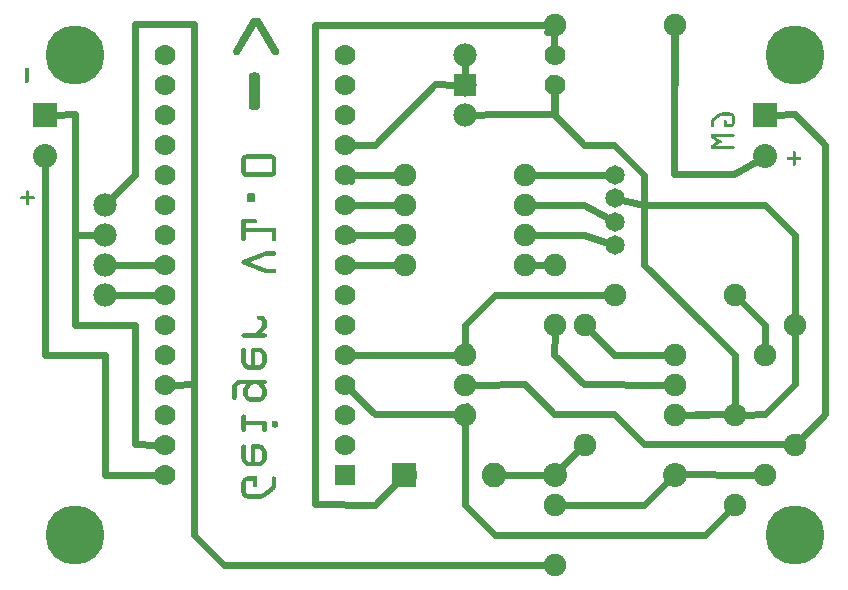
<source format=gbl>
G04 MADE WITH FRITZING*
G04 WWW.FRITZING.ORG*
G04 DOUBLE SIDED*
G04 HOLES PLATED*
G04 CONTOUR ON CENTER OF CONTOUR VECTOR*
%ASAXBY*%
%FSLAX23Y23*%
%MOIN*%
%OFA0B0*%
%SFA1.0B1.0*%
%ADD10C,0.078000*%
%ADD11C,0.080000*%
%ADD12C,0.196851*%
%ADD13C,0.075000*%
%ADD14C,0.070000*%
%ADD15C,0.082000*%
%ADD16C,0.065000*%
%ADD17R,0.080000X0.080000*%
%ADD18R,0.069972X0.070000*%
%ADD19R,0.082000X0.082000*%
%ADD20R,0.078000X0.078000*%
%ADD21C,0.024000*%
%ADD22R,0.001000X0.001000*%
%LNCOPPER0*%
G90*
G70*
G54D10*
X294Y1261D03*
X294Y1161D03*
X294Y1061D03*
X294Y961D03*
X1494Y1761D03*
G54D11*
X94Y1561D03*
X94Y1423D03*
G54D12*
X194Y161D03*
X194Y1761D03*
X2594Y161D03*
X2594Y1761D03*
G54D13*
X1794Y1061D03*
X1794Y861D03*
X1894Y861D03*
X1894Y461D03*
X2494Y761D03*
X2494Y361D03*
X2394Y561D03*
X2394Y261D03*
X1794Y261D03*
X1794Y61D03*
G54D11*
X2494Y1561D03*
X2494Y1423D03*
G54D14*
X1094Y361D03*
X1094Y461D03*
X1094Y561D03*
X1094Y661D03*
X1094Y761D03*
X1094Y861D03*
X1094Y961D03*
X1094Y1061D03*
X1094Y1161D03*
X1094Y1261D03*
X1094Y1361D03*
X1094Y1461D03*
X1094Y1561D03*
X1094Y1661D03*
X1094Y1761D03*
X494Y361D03*
X494Y461D03*
X494Y561D03*
X494Y661D03*
X494Y761D03*
X494Y861D03*
X494Y961D03*
X494Y1061D03*
X494Y1161D03*
X494Y1261D03*
X494Y1361D03*
X494Y1461D03*
X494Y1561D03*
X494Y1661D03*
X494Y1761D03*
G54D13*
X1294Y1061D03*
X1694Y1061D03*
X1794Y1861D03*
X2194Y1861D03*
X2594Y461D03*
X2594Y861D03*
X2394Y961D03*
X1994Y961D03*
G54D15*
X1294Y361D03*
X1592Y361D03*
G54D11*
X1794Y361D03*
X2194Y361D03*
G54D14*
X1794Y1661D03*
X1794Y1761D03*
G54D16*
X1994Y1361D03*
X1994Y1282D03*
X1994Y1204D03*
X1994Y1125D03*
G54D13*
X2194Y761D03*
X2194Y661D03*
X2194Y561D03*
X1494Y761D03*
X1494Y661D03*
X1494Y561D03*
X1294Y1361D03*
X1694Y1361D03*
X1294Y1261D03*
X1694Y1261D03*
X1294Y1161D03*
X1694Y1161D03*
G54D10*
X1494Y1661D03*
X1494Y1561D03*
G54D17*
X94Y1561D03*
X2494Y1561D03*
G54D18*
X1094Y361D03*
G54D19*
X1293Y361D03*
G54D20*
X1494Y1661D03*
G54D21*
X1624Y361D02*
X1763Y361D01*
D02*
X1793Y1562D02*
X1793Y1662D01*
D02*
X1793Y1662D02*
X1781Y1684D01*
D02*
X1594Y1562D02*
X1793Y1562D01*
D02*
X1524Y1561D02*
X1594Y1562D01*
D02*
X2594Y662D02*
X2594Y833D01*
D02*
X2494Y562D02*
X2594Y662D01*
D02*
X2422Y561D02*
X2494Y562D01*
D02*
X1265Y1261D02*
X1123Y1261D01*
D02*
X1123Y1361D02*
X1265Y1361D01*
D02*
X2093Y1260D02*
X2017Y1277D01*
D02*
X2494Y1260D02*
X2093Y1260D01*
D02*
X2594Y1161D02*
X2494Y1260D01*
D02*
X2594Y890D02*
X2594Y1161D01*
D02*
X2093Y1360D02*
X1993Y1460D01*
D02*
X1893Y1460D02*
X1793Y1562D01*
D02*
X1793Y1562D02*
X1794Y1635D01*
D02*
X1993Y1460D02*
X1893Y1460D01*
D02*
X2093Y1260D02*
X2093Y1360D01*
D02*
X2017Y1277D02*
X2093Y1260D01*
D02*
X324Y1061D02*
X465Y1061D01*
D02*
X324Y961D02*
X465Y961D01*
D02*
X394Y1360D02*
X315Y1282D01*
D02*
X394Y1862D02*
X394Y1360D01*
D02*
X593Y1862D02*
X394Y1862D01*
D02*
X593Y662D02*
X593Y1862D01*
D02*
X523Y661D02*
X593Y662D01*
D02*
X1494Y1731D02*
X1494Y1691D01*
D02*
X94Y1392D02*
X94Y761D01*
D02*
X295Y761D02*
X295Y361D01*
D02*
X94Y761D02*
X295Y761D01*
D02*
X295Y361D02*
X465Y361D01*
D02*
X194Y1562D02*
X194Y1161D01*
D02*
X194Y1161D02*
X264Y1161D01*
D02*
X125Y1561D02*
X194Y1562D01*
D02*
X394Y462D02*
X465Y461D01*
D02*
X394Y860D02*
X394Y462D01*
D02*
X194Y860D02*
X394Y860D01*
D02*
X194Y1161D02*
X194Y860D01*
D02*
X264Y1161D02*
X194Y1161D01*
D02*
X1095Y1360D02*
X1114Y1341D01*
D02*
X1294Y1361D02*
X1095Y1360D01*
D02*
X1095Y1161D02*
X1265Y1161D01*
D02*
X1119Y1147D02*
X1095Y1161D01*
D02*
X1893Y1360D02*
X1722Y1361D01*
D02*
X1970Y1361D02*
X1893Y1360D01*
D02*
X1893Y1260D02*
X1973Y1215D01*
D02*
X1722Y1261D02*
X1893Y1260D01*
D02*
X1893Y1161D02*
X1972Y1133D01*
D02*
X1722Y1161D02*
X1893Y1161D01*
D02*
X1494Y861D02*
X1494Y761D01*
D02*
X1594Y961D02*
X1494Y861D01*
D02*
X1965Y961D02*
X1594Y961D01*
D02*
X1494Y761D02*
X1509Y785D01*
D02*
X1294Y362D02*
X1195Y260D01*
D02*
X1195Y260D02*
X994Y262D01*
D02*
X994Y262D02*
X994Y1861D01*
D02*
X1309Y389D02*
X1294Y362D01*
D02*
X994Y1861D02*
X1765Y1861D01*
D02*
X2394Y761D02*
X2395Y761D01*
D02*
X2395Y562D02*
X2295Y562D01*
D02*
X2295Y562D02*
X2222Y561D01*
D02*
X2395Y761D02*
X2395Y562D01*
D02*
X1793Y1662D02*
X1794Y1561D01*
D02*
X1781Y1684D02*
X1793Y1662D01*
D02*
X1722Y1061D02*
X1765Y1061D01*
D02*
X1893Y662D02*
X1793Y761D01*
D02*
X1793Y761D02*
X1794Y833D01*
D02*
X2165Y661D02*
X1893Y662D01*
D02*
X1694Y662D02*
X1522Y661D01*
D02*
X2594Y462D02*
X2295Y462D01*
D02*
X2295Y462D02*
X2093Y462D01*
D02*
X1993Y562D02*
X1793Y562D01*
D02*
X2093Y462D02*
X1993Y562D01*
D02*
X1793Y562D02*
X1694Y662D01*
D02*
X2604Y488D02*
X2594Y462D01*
D02*
X1993Y761D02*
X1914Y841D01*
D02*
X2165Y761D02*
X1993Y761D01*
D02*
X1893Y462D02*
X1876Y484D01*
D02*
X1816Y383D02*
X1893Y462D01*
D02*
X2694Y562D02*
X2614Y481D01*
D02*
X2694Y1460D02*
X2694Y562D01*
D02*
X2594Y1562D02*
X2694Y1460D01*
D02*
X2525Y1561D02*
X2594Y1562D01*
D02*
X2494Y861D02*
X2494Y790D01*
D02*
X2414Y941D02*
X2494Y861D01*
D02*
X2195Y362D02*
X2465Y361D01*
D02*
X2195Y362D02*
X2195Y362D01*
D02*
X2216Y382D02*
X2195Y362D01*
D02*
X2093Y1061D02*
X2295Y861D01*
D02*
X2295Y861D02*
X2394Y761D01*
D02*
X2093Y1260D02*
X2093Y1061D01*
D02*
X2494Y1260D02*
X2093Y1260D01*
D02*
X2594Y1161D02*
X2494Y1260D01*
D02*
X2594Y890D02*
X2594Y1161D01*
D02*
X2093Y1061D02*
X2295Y861D01*
D02*
X2295Y861D02*
X2394Y761D01*
D02*
X2093Y1260D02*
X2093Y1061D01*
D02*
X2017Y1277D02*
X2093Y1260D01*
D02*
X1494Y761D02*
X1123Y761D01*
D02*
X1509Y785D02*
X1494Y761D01*
D02*
X1494Y562D02*
X1501Y589D01*
D02*
X1195Y562D02*
X1494Y562D01*
D02*
X1115Y641D02*
X1195Y562D01*
D02*
X2395Y562D02*
X2415Y580D01*
D02*
X2222Y561D02*
X2395Y562D01*
D02*
X2295Y160D02*
X2374Y241D01*
D02*
X1594Y160D02*
X2295Y160D01*
D02*
X1494Y260D02*
X1594Y160D01*
D02*
X1494Y533D02*
X1494Y260D01*
D02*
X2093Y260D02*
X1822Y261D01*
D02*
X2172Y339D02*
X2093Y260D01*
D02*
X1694Y60D02*
X1765Y61D01*
D02*
X693Y60D02*
X1694Y60D01*
D02*
X593Y160D02*
X693Y60D01*
D02*
X593Y662D02*
X593Y160D01*
D02*
X523Y661D02*
X593Y662D01*
D02*
X1123Y1061D02*
X1265Y1061D01*
D02*
X1195Y1460D02*
X1123Y1461D01*
D02*
X1394Y1662D02*
X1195Y1460D01*
D02*
X1464Y1661D02*
X1394Y1662D01*
D02*
X1773Y1841D02*
X1767Y1835D01*
D02*
X1767Y1835D02*
X1791Y1835D01*
D02*
X1791Y1835D02*
X1793Y1787D01*
D02*
X2195Y1662D02*
X2193Y1861D01*
D02*
X2194Y1833D02*
X2195Y1662D01*
D02*
X2393Y1362D02*
X2467Y1407D01*
D02*
X2193Y1362D02*
X2393Y1362D01*
D02*
X2193Y1861D02*
X2193Y1362D01*
G54D22*
X789Y1884D02*
X807Y1884D01*
X787Y1883D02*
X809Y1883D01*
X785Y1882D02*
X811Y1882D01*
X784Y1881D02*
X812Y1881D01*
X783Y1880D02*
X813Y1880D01*
X783Y1879D02*
X814Y1879D01*
X782Y1878D02*
X814Y1878D01*
X782Y1877D02*
X815Y1877D01*
X781Y1876D02*
X816Y1876D01*
X780Y1875D02*
X816Y1875D01*
X780Y1874D02*
X817Y1874D01*
X779Y1873D02*
X817Y1873D01*
X779Y1872D02*
X818Y1872D01*
X778Y1871D02*
X819Y1871D01*
X778Y1870D02*
X819Y1870D01*
X777Y1869D02*
X820Y1869D01*
X776Y1868D02*
X820Y1868D01*
X776Y1867D02*
X821Y1867D01*
X775Y1866D02*
X821Y1866D01*
X775Y1865D02*
X822Y1865D01*
X774Y1864D02*
X823Y1864D01*
X773Y1863D02*
X823Y1863D01*
X773Y1862D02*
X824Y1862D01*
X772Y1861D02*
X824Y1861D01*
X772Y1860D02*
X825Y1860D01*
X771Y1859D02*
X826Y1859D01*
X770Y1858D02*
X826Y1858D01*
X770Y1857D02*
X827Y1857D01*
X769Y1856D02*
X827Y1856D01*
X769Y1855D02*
X797Y1855D01*
X799Y1855D02*
X828Y1855D01*
X768Y1854D02*
X797Y1854D01*
X800Y1854D02*
X828Y1854D01*
X768Y1853D02*
X796Y1853D01*
X800Y1853D02*
X829Y1853D01*
X767Y1852D02*
X796Y1852D01*
X801Y1852D02*
X830Y1852D01*
X766Y1851D02*
X795Y1851D01*
X802Y1851D02*
X830Y1851D01*
X766Y1850D02*
X794Y1850D01*
X802Y1850D02*
X831Y1850D01*
X765Y1849D02*
X794Y1849D01*
X803Y1849D02*
X831Y1849D01*
X765Y1848D02*
X793Y1848D01*
X803Y1848D02*
X832Y1848D01*
X764Y1847D02*
X793Y1847D01*
X804Y1847D02*
X833Y1847D01*
X763Y1846D02*
X792Y1846D01*
X805Y1846D02*
X833Y1846D01*
X763Y1845D02*
X791Y1845D01*
X805Y1845D02*
X834Y1845D01*
X762Y1844D02*
X791Y1844D01*
X806Y1844D02*
X834Y1844D01*
X762Y1843D02*
X790Y1843D01*
X806Y1843D02*
X835Y1843D01*
X761Y1842D02*
X790Y1842D01*
X807Y1842D02*
X836Y1842D01*
X761Y1841D02*
X789Y1841D01*
X808Y1841D02*
X836Y1841D01*
X760Y1840D02*
X789Y1840D01*
X808Y1840D02*
X837Y1840D01*
X759Y1839D02*
X788Y1839D01*
X809Y1839D02*
X837Y1839D01*
X759Y1838D02*
X787Y1838D01*
X809Y1838D02*
X838Y1838D01*
X758Y1837D02*
X787Y1837D01*
X810Y1837D02*
X838Y1837D01*
X758Y1836D02*
X786Y1836D01*
X810Y1836D02*
X839Y1836D01*
X757Y1835D02*
X786Y1835D01*
X811Y1835D02*
X840Y1835D01*
X756Y1834D02*
X785Y1834D01*
X812Y1834D02*
X840Y1834D01*
X756Y1833D02*
X784Y1833D01*
X812Y1833D02*
X841Y1833D01*
X755Y1832D02*
X784Y1832D01*
X813Y1832D02*
X841Y1832D01*
X755Y1831D02*
X783Y1831D01*
X813Y1831D02*
X842Y1831D01*
X754Y1830D02*
X783Y1830D01*
X814Y1830D02*
X843Y1830D01*
X753Y1829D02*
X782Y1829D01*
X815Y1829D02*
X843Y1829D01*
X753Y1828D02*
X781Y1828D01*
X815Y1828D02*
X844Y1828D01*
X752Y1827D02*
X781Y1827D01*
X816Y1827D02*
X844Y1827D01*
X752Y1826D02*
X780Y1826D01*
X816Y1826D02*
X845Y1826D01*
X751Y1825D02*
X780Y1825D01*
X817Y1825D02*
X846Y1825D01*
X751Y1824D02*
X779Y1824D01*
X817Y1824D02*
X846Y1824D01*
X750Y1823D02*
X779Y1823D01*
X818Y1823D02*
X847Y1823D01*
X749Y1822D02*
X778Y1822D01*
X819Y1822D02*
X847Y1822D01*
X749Y1821D02*
X777Y1821D01*
X819Y1821D02*
X848Y1821D01*
X748Y1820D02*
X777Y1820D01*
X820Y1820D02*
X848Y1820D01*
X748Y1819D02*
X776Y1819D01*
X820Y1819D02*
X849Y1819D01*
X747Y1818D02*
X776Y1818D01*
X821Y1818D02*
X850Y1818D01*
X746Y1817D02*
X775Y1817D01*
X822Y1817D02*
X850Y1817D01*
X746Y1816D02*
X774Y1816D01*
X822Y1816D02*
X851Y1816D01*
X745Y1815D02*
X774Y1815D01*
X823Y1815D02*
X851Y1815D01*
X745Y1814D02*
X773Y1814D01*
X823Y1814D02*
X852Y1814D01*
X744Y1813D02*
X773Y1813D01*
X824Y1813D02*
X853Y1813D01*
X743Y1812D02*
X772Y1812D01*
X825Y1812D02*
X853Y1812D01*
X743Y1811D02*
X772Y1811D01*
X825Y1811D02*
X854Y1811D01*
X742Y1810D02*
X771Y1810D01*
X826Y1810D02*
X854Y1810D01*
X742Y1809D02*
X770Y1809D01*
X826Y1809D02*
X855Y1809D01*
X741Y1808D02*
X770Y1808D01*
X827Y1808D02*
X855Y1808D01*
X741Y1807D02*
X769Y1807D01*
X827Y1807D02*
X856Y1807D01*
X740Y1806D02*
X769Y1806D01*
X828Y1806D02*
X857Y1806D01*
X739Y1805D02*
X768Y1805D01*
X829Y1805D02*
X857Y1805D01*
X739Y1804D02*
X767Y1804D01*
X829Y1804D02*
X858Y1804D01*
X738Y1803D02*
X767Y1803D01*
X830Y1803D02*
X858Y1803D01*
X738Y1802D02*
X766Y1802D01*
X830Y1802D02*
X859Y1802D01*
X737Y1801D02*
X766Y1801D01*
X831Y1801D02*
X860Y1801D01*
X736Y1800D02*
X765Y1800D01*
X832Y1800D02*
X860Y1800D01*
X736Y1799D02*
X765Y1799D01*
X832Y1799D02*
X861Y1799D01*
X735Y1798D02*
X764Y1798D01*
X833Y1798D02*
X861Y1798D01*
X735Y1797D02*
X763Y1797D01*
X833Y1797D02*
X862Y1797D01*
X734Y1796D02*
X763Y1796D01*
X834Y1796D02*
X863Y1796D01*
X734Y1795D02*
X762Y1795D01*
X834Y1795D02*
X863Y1795D01*
X733Y1794D02*
X762Y1794D01*
X835Y1794D02*
X864Y1794D01*
X732Y1793D02*
X761Y1793D01*
X836Y1793D02*
X864Y1793D01*
X732Y1792D02*
X760Y1792D01*
X836Y1792D02*
X865Y1792D01*
X731Y1791D02*
X760Y1791D01*
X837Y1791D02*
X865Y1791D01*
X731Y1790D02*
X759Y1790D01*
X837Y1790D02*
X866Y1790D01*
X730Y1789D02*
X759Y1789D01*
X838Y1789D02*
X867Y1789D01*
X729Y1788D02*
X758Y1788D01*
X839Y1788D02*
X867Y1788D01*
X729Y1787D02*
X757Y1787D01*
X839Y1787D02*
X868Y1787D01*
X728Y1786D02*
X757Y1786D01*
X840Y1786D02*
X868Y1786D01*
X728Y1785D02*
X756Y1785D01*
X840Y1785D02*
X869Y1785D01*
X727Y1784D02*
X756Y1784D01*
X841Y1784D02*
X870Y1784D01*
X726Y1783D02*
X755Y1783D01*
X841Y1783D02*
X870Y1783D01*
X726Y1782D02*
X755Y1782D01*
X842Y1782D02*
X871Y1782D01*
X725Y1781D02*
X754Y1781D01*
X843Y1781D02*
X871Y1781D01*
X725Y1780D02*
X753Y1780D01*
X843Y1780D02*
X872Y1780D01*
X724Y1779D02*
X753Y1779D01*
X844Y1779D02*
X873Y1779D01*
X724Y1778D02*
X752Y1778D01*
X844Y1778D02*
X873Y1778D01*
X723Y1777D02*
X752Y1777D01*
X845Y1777D02*
X874Y1777D01*
X723Y1776D02*
X751Y1776D01*
X846Y1776D02*
X874Y1776D01*
X722Y1775D02*
X750Y1775D01*
X846Y1775D02*
X874Y1775D01*
X722Y1774D02*
X750Y1774D01*
X847Y1774D02*
X875Y1774D01*
X722Y1773D02*
X749Y1773D01*
X847Y1773D02*
X875Y1773D01*
X722Y1772D02*
X749Y1772D01*
X848Y1772D02*
X875Y1772D01*
X722Y1771D02*
X748Y1771D01*
X849Y1771D02*
X875Y1771D01*
X722Y1770D02*
X748Y1770D01*
X849Y1770D02*
X875Y1770D01*
X722Y1769D02*
X747Y1769D01*
X850Y1769D02*
X875Y1769D01*
X722Y1768D02*
X746Y1768D01*
X850Y1768D02*
X874Y1768D01*
X723Y1767D02*
X746Y1767D01*
X851Y1767D02*
X874Y1767D01*
X723Y1766D02*
X745Y1766D01*
X851Y1766D02*
X874Y1766D01*
X724Y1765D02*
X745Y1765D01*
X852Y1765D02*
X873Y1765D01*
X724Y1764D02*
X744Y1764D01*
X853Y1764D02*
X872Y1764D01*
X725Y1763D02*
X743Y1763D01*
X854Y1763D02*
X872Y1763D01*
X726Y1762D02*
X742Y1762D01*
X855Y1762D02*
X871Y1762D01*
X727Y1761D02*
X741Y1761D01*
X856Y1761D02*
X869Y1761D01*
X729Y1760D02*
X739Y1760D01*
X858Y1760D02*
X868Y1760D01*
X733Y1759D02*
X735Y1759D01*
X862Y1759D02*
X864Y1759D01*
X31Y1716D02*
X38Y1716D01*
X29Y1715D02*
X40Y1715D01*
X29Y1714D02*
X40Y1714D01*
X28Y1713D02*
X41Y1713D01*
X28Y1712D02*
X41Y1712D01*
X28Y1711D02*
X41Y1711D01*
X28Y1710D02*
X41Y1710D01*
X28Y1709D02*
X41Y1709D01*
X28Y1708D02*
X41Y1708D01*
X28Y1707D02*
X41Y1707D01*
X28Y1706D02*
X41Y1706D01*
X28Y1705D02*
X41Y1705D01*
X28Y1704D02*
X41Y1704D01*
X28Y1703D02*
X41Y1703D01*
X28Y1702D02*
X41Y1702D01*
X788Y1702D02*
X798Y1702D01*
X28Y1701D02*
X41Y1701D01*
X783Y1701D02*
X803Y1701D01*
X28Y1700D02*
X41Y1700D01*
X781Y1700D02*
X805Y1700D01*
X28Y1699D02*
X41Y1699D01*
X780Y1699D02*
X806Y1699D01*
X28Y1698D02*
X41Y1698D01*
X779Y1698D02*
X807Y1698D01*
X28Y1697D02*
X41Y1697D01*
X778Y1697D02*
X808Y1697D01*
X28Y1696D02*
X41Y1696D01*
X777Y1696D02*
X809Y1696D01*
X28Y1695D02*
X41Y1695D01*
X777Y1695D02*
X809Y1695D01*
X28Y1694D02*
X41Y1694D01*
X776Y1694D02*
X810Y1694D01*
X28Y1693D02*
X41Y1693D01*
X776Y1693D02*
X810Y1693D01*
X28Y1692D02*
X41Y1692D01*
X776Y1692D02*
X810Y1692D01*
X28Y1691D02*
X41Y1691D01*
X775Y1691D02*
X811Y1691D01*
X28Y1690D02*
X41Y1690D01*
X775Y1690D02*
X811Y1690D01*
X28Y1689D02*
X41Y1689D01*
X775Y1689D02*
X811Y1689D01*
X28Y1688D02*
X41Y1688D01*
X775Y1688D02*
X811Y1688D01*
X28Y1687D02*
X41Y1687D01*
X775Y1687D02*
X811Y1687D01*
X28Y1686D02*
X41Y1686D01*
X775Y1686D02*
X811Y1686D01*
X28Y1685D02*
X41Y1685D01*
X775Y1685D02*
X811Y1685D01*
X28Y1684D02*
X41Y1684D01*
X775Y1684D02*
X811Y1684D01*
X28Y1683D02*
X41Y1683D01*
X775Y1683D02*
X811Y1683D01*
X28Y1682D02*
X41Y1682D01*
X775Y1682D02*
X811Y1682D01*
X28Y1681D02*
X41Y1681D01*
X775Y1681D02*
X811Y1681D01*
X28Y1680D02*
X41Y1680D01*
X775Y1680D02*
X811Y1680D01*
X28Y1679D02*
X41Y1679D01*
X775Y1679D02*
X811Y1679D01*
X28Y1678D02*
X41Y1678D01*
X775Y1678D02*
X811Y1678D01*
X28Y1677D02*
X41Y1677D01*
X775Y1677D02*
X811Y1677D01*
X28Y1676D02*
X41Y1676D01*
X775Y1676D02*
X811Y1676D01*
X28Y1675D02*
X41Y1675D01*
X775Y1675D02*
X811Y1675D01*
X28Y1674D02*
X41Y1674D01*
X775Y1674D02*
X811Y1674D01*
X28Y1673D02*
X41Y1673D01*
X775Y1673D02*
X811Y1673D01*
X28Y1672D02*
X41Y1672D01*
X775Y1672D02*
X811Y1672D01*
X28Y1671D02*
X41Y1671D01*
X775Y1671D02*
X811Y1671D01*
X28Y1670D02*
X41Y1670D01*
X775Y1670D02*
X811Y1670D01*
X29Y1669D02*
X40Y1669D01*
X775Y1669D02*
X811Y1669D01*
X30Y1668D02*
X39Y1668D01*
X775Y1668D02*
X811Y1668D01*
X31Y1667D02*
X38Y1667D01*
X775Y1667D02*
X811Y1667D01*
X775Y1666D02*
X811Y1666D01*
X775Y1665D02*
X811Y1665D01*
X775Y1664D02*
X811Y1664D01*
X775Y1663D02*
X811Y1663D01*
X775Y1662D02*
X811Y1662D01*
X775Y1661D02*
X811Y1661D01*
X775Y1660D02*
X811Y1660D01*
X775Y1659D02*
X811Y1659D01*
X775Y1658D02*
X811Y1658D01*
X775Y1657D02*
X811Y1657D01*
X775Y1656D02*
X811Y1656D01*
X775Y1655D02*
X811Y1655D01*
X775Y1654D02*
X811Y1654D01*
X775Y1653D02*
X811Y1653D01*
X775Y1652D02*
X811Y1652D01*
X775Y1651D02*
X811Y1651D01*
X775Y1650D02*
X811Y1650D01*
X775Y1649D02*
X811Y1649D01*
X775Y1648D02*
X811Y1648D01*
X775Y1647D02*
X811Y1647D01*
X775Y1646D02*
X811Y1646D01*
X775Y1645D02*
X811Y1645D01*
X775Y1644D02*
X811Y1644D01*
X775Y1643D02*
X811Y1643D01*
X775Y1642D02*
X811Y1642D01*
X775Y1641D02*
X811Y1641D01*
X775Y1640D02*
X811Y1640D01*
X775Y1639D02*
X811Y1639D01*
X775Y1638D02*
X811Y1638D01*
X775Y1637D02*
X811Y1637D01*
X775Y1636D02*
X811Y1636D01*
X775Y1635D02*
X811Y1635D01*
X775Y1634D02*
X811Y1634D01*
X775Y1633D02*
X811Y1633D01*
X775Y1632D02*
X811Y1632D01*
X775Y1631D02*
X811Y1631D01*
X775Y1630D02*
X811Y1630D01*
X775Y1629D02*
X811Y1629D01*
X775Y1628D02*
X811Y1628D01*
X775Y1627D02*
X811Y1627D01*
X775Y1626D02*
X811Y1626D01*
X775Y1625D02*
X811Y1625D01*
X775Y1624D02*
X811Y1624D01*
X775Y1623D02*
X811Y1623D01*
X775Y1622D02*
X811Y1622D01*
X775Y1621D02*
X811Y1621D01*
X775Y1620D02*
X811Y1620D01*
X775Y1619D02*
X811Y1619D01*
X775Y1618D02*
X811Y1618D01*
X775Y1617D02*
X811Y1617D01*
X775Y1616D02*
X811Y1616D01*
X775Y1615D02*
X811Y1615D01*
X775Y1614D02*
X811Y1614D01*
X775Y1613D02*
X811Y1613D01*
X775Y1612D02*
X811Y1612D01*
X775Y1611D02*
X811Y1611D01*
X775Y1610D02*
X811Y1610D01*
X775Y1609D02*
X811Y1609D01*
X775Y1608D02*
X811Y1608D01*
X775Y1607D02*
X811Y1607D01*
X775Y1606D02*
X811Y1606D01*
X775Y1605D02*
X811Y1605D01*
X775Y1604D02*
X811Y1604D01*
X775Y1603D02*
X811Y1603D01*
X775Y1602D02*
X811Y1602D01*
X775Y1601D02*
X811Y1601D01*
X775Y1600D02*
X811Y1600D01*
X775Y1599D02*
X811Y1599D01*
X775Y1598D02*
X811Y1598D01*
X775Y1597D02*
X811Y1597D01*
X775Y1596D02*
X811Y1596D01*
X775Y1595D02*
X811Y1595D01*
X775Y1594D02*
X811Y1594D01*
X775Y1593D02*
X811Y1593D01*
X775Y1592D02*
X811Y1592D01*
X775Y1591D02*
X811Y1591D01*
X775Y1590D02*
X811Y1590D01*
X775Y1589D02*
X811Y1589D01*
X775Y1588D02*
X811Y1588D01*
X776Y1587D02*
X811Y1587D01*
X776Y1586D02*
X810Y1586D01*
X776Y1585D02*
X810Y1585D01*
X776Y1584D02*
X810Y1584D01*
X777Y1583D02*
X809Y1583D01*
X777Y1582D02*
X809Y1582D01*
X778Y1581D02*
X808Y1581D01*
X779Y1580D02*
X807Y1580D01*
X780Y1579D02*
X806Y1579D01*
X782Y1578D02*
X804Y1578D01*
X784Y1577D02*
X802Y1577D01*
X2351Y1568D02*
X2379Y1568D01*
X2345Y1567D02*
X2384Y1567D01*
X2343Y1566D02*
X2386Y1566D01*
X2341Y1565D02*
X2387Y1565D01*
X2340Y1564D02*
X2388Y1564D01*
X2338Y1563D02*
X2389Y1563D01*
X2337Y1562D02*
X2390Y1562D01*
X2336Y1561D02*
X2391Y1561D01*
X2335Y1560D02*
X2391Y1560D01*
X2333Y1559D02*
X2392Y1559D01*
X2332Y1558D02*
X2392Y1558D01*
X2331Y1557D02*
X2347Y1557D01*
X2382Y1557D02*
X2393Y1557D01*
X2329Y1556D02*
X2345Y1556D01*
X2383Y1556D02*
X2393Y1556D01*
X2328Y1555D02*
X2344Y1555D01*
X2384Y1555D02*
X2393Y1555D01*
X2327Y1554D02*
X2342Y1554D01*
X2384Y1554D02*
X2393Y1554D01*
X2325Y1553D02*
X2341Y1553D01*
X2384Y1553D02*
X2393Y1553D01*
X2324Y1552D02*
X2340Y1552D01*
X2384Y1552D02*
X2393Y1552D01*
X2323Y1551D02*
X2338Y1551D01*
X2384Y1551D02*
X2393Y1551D01*
X2322Y1550D02*
X2337Y1550D01*
X2384Y1550D02*
X2393Y1550D01*
X2321Y1549D02*
X2336Y1549D01*
X2384Y1549D02*
X2393Y1549D01*
X2320Y1548D02*
X2335Y1548D01*
X2384Y1548D02*
X2393Y1548D01*
X2319Y1547D02*
X2333Y1547D01*
X2384Y1547D02*
X2393Y1547D01*
X2318Y1546D02*
X2332Y1546D01*
X2384Y1546D02*
X2393Y1546D01*
X2318Y1545D02*
X2331Y1545D01*
X2384Y1545D02*
X2393Y1545D01*
X2317Y1544D02*
X2329Y1544D01*
X2384Y1544D02*
X2393Y1544D01*
X2317Y1543D02*
X2328Y1543D01*
X2362Y1543D02*
X2364Y1543D01*
X2384Y1543D02*
X2393Y1543D01*
X2317Y1542D02*
X2327Y1542D01*
X2360Y1542D02*
X2366Y1542D01*
X2384Y1542D02*
X2393Y1542D01*
X2316Y1541D02*
X2326Y1541D01*
X2359Y1541D02*
X2367Y1541D01*
X2384Y1541D02*
X2393Y1541D01*
X2316Y1540D02*
X2326Y1540D01*
X2359Y1540D02*
X2367Y1540D01*
X2384Y1540D02*
X2393Y1540D01*
X2316Y1539D02*
X2325Y1539D01*
X2359Y1539D02*
X2368Y1539D01*
X2384Y1539D02*
X2393Y1539D01*
X2316Y1538D02*
X2325Y1538D01*
X2359Y1538D02*
X2368Y1538D01*
X2384Y1538D02*
X2393Y1538D01*
X2316Y1537D02*
X2325Y1537D01*
X2359Y1537D02*
X2368Y1537D01*
X2384Y1537D02*
X2393Y1537D01*
X2316Y1536D02*
X2325Y1536D01*
X2359Y1536D02*
X2368Y1536D01*
X2384Y1536D02*
X2393Y1536D01*
X2316Y1535D02*
X2325Y1535D01*
X2359Y1535D02*
X2368Y1535D01*
X2384Y1535D02*
X2393Y1535D01*
X2316Y1534D02*
X2325Y1534D01*
X2359Y1534D02*
X2368Y1534D01*
X2384Y1534D02*
X2393Y1534D01*
X2316Y1533D02*
X2325Y1533D01*
X2359Y1533D02*
X2368Y1533D01*
X2384Y1533D02*
X2393Y1533D01*
X2316Y1532D02*
X2325Y1532D01*
X2359Y1532D02*
X2368Y1532D01*
X2384Y1532D02*
X2393Y1532D01*
X2316Y1531D02*
X2325Y1531D01*
X2359Y1531D02*
X2368Y1531D01*
X2383Y1531D02*
X2393Y1531D01*
X2316Y1530D02*
X2325Y1530D01*
X2359Y1530D02*
X2368Y1530D01*
X2383Y1530D02*
X2393Y1530D01*
X2316Y1529D02*
X2325Y1529D01*
X2359Y1529D02*
X2368Y1529D01*
X2381Y1529D02*
X2392Y1529D01*
X2316Y1528D02*
X2325Y1528D01*
X2359Y1528D02*
X2392Y1528D01*
X2316Y1527D02*
X2325Y1527D01*
X2359Y1527D02*
X2392Y1527D01*
X2316Y1526D02*
X2325Y1526D01*
X2359Y1526D02*
X2391Y1526D01*
X2316Y1525D02*
X2325Y1525D01*
X2359Y1525D02*
X2390Y1525D01*
X2316Y1524D02*
X2325Y1524D01*
X2359Y1524D02*
X2390Y1524D01*
X2316Y1523D02*
X2325Y1523D01*
X2359Y1523D02*
X2389Y1523D01*
X2316Y1522D02*
X2325Y1522D01*
X2359Y1522D02*
X2388Y1522D01*
X2317Y1521D02*
X2325Y1521D01*
X2359Y1521D02*
X2386Y1521D01*
X2318Y1520D02*
X2324Y1520D01*
X2359Y1520D02*
X2385Y1520D01*
X2319Y1519D02*
X2323Y1519D01*
X2359Y1519D02*
X2382Y1519D01*
X2316Y1495D02*
X2391Y1495D01*
X2316Y1494D02*
X2392Y1494D01*
X2316Y1493D02*
X2393Y1493D01*
X2316Y1492D02*
X2393Y1492D01*
X2316Y1491D02*
X2393Y1491D01*
X2316Y1490D02*
X2393Y1490D01*
X2316Y1489D02*
X2393Y1489D01*
X2316Y1488D02*
X2392Y1488D01*
X2316Y1487D02*
X2391Y1487D01*
X2316Y1486D02*
X2390Y1486D01*
X2316Y1485D02*
X2330Y1485D01*
X2316Y1484D02*
X2332Y1484D01*
X2317Y1483D02*
X2333Y1483D01*
X2318Y1482D02*
X2335Y1482D01*
X2319Y1481D02*
X2336Y1481D01*
X2321Y1480D02*
X2337Y1480D01*
X2322Y1479D02*
X2339Y1479D01*
X2324Y1478D02*
X2340Y1478D01*
X2325Y1477D02*
X2342Y1477D01*
X2326Y1476D02*
X2345Y1476D01*
X2328Y1475D02*
X2349Y1475D01*
X2329Y1474D02*
X2350Y1474D01*
X2331Y1473D02*
X2350Y1473D01*
X2332Y1472D02*
X2351Y1472D01*
X2333Y1471D02*
X2351Y1471D01*
X2332Y1470D02*
X2351Y1470D01*
X2331Y1469D02*
X2350Y1469D01*
X2329Y1468D02*
X2350Y1468D01*
X2328Y1467D02*
X2349Y1467D01*
X2327Y1466D02*
X2346Y1466D01*
X2325Y1465D02*
X2342Y1465D01*
X2324Y1464D02*
X2340Y1464D01*
X2322Y1463D02*
X2339Y1463D01*
X2321Y1462D02*
X2337Y1462D01*
X2319Y1461D02*
X2336Y1461D01*
X2318Y1460D02*
X2335Y1460D01*
X2317Y1459D02*
X2333Y1459D01*
X2316Y1458D02*
X2332Y1458D01*
X2316Y1457D02*
X2330Y1457D01*
X2316Y1456D02*
X2389Y1456D01*
X2316Y1455D02*
X2391Y1455D01*
X2316Y1454D02*
X2392Y1454D01*
X2316Y1453D02*
X2393Y1453D01*
X2316Y1452D02*
X2393Y1452D01*
X2316Y1451D02*
X2393Y1451D01*
X2316Y1450D02*
X2393Y1450D01*
X2316Y1449D02*
X2393Y1449D01*
X2316Y1448D02*
X2392Y1448D01*
X2316Y1447D02*
X2391Y1447D01*
X2590Y1439D02*
X2594Y1439D01*
X2589Y1438D02*
X2595Y1438D01*
X2588Y1437D02*
X2596Y1437D01*
X2588Y1436D02*
X2596Y1436D01*
X2588Y1435D02*
X2597Y1435D01*
X2588Y1434D02*
X2597Y1434D01*
X2588Y1433D02*
X2597Y1433D01*
X2588Y1432D02*
X2597Y1432D01*
X2588Y1431D02*
X2597Y1431D01*
X2588Y1430D02*
X2597Y1430D01*
X2588Y1429D02*
X2597Y1429D01*
X765Y1428D02*
X850Y1428D01*
X2588Y1428D02*
X2597Y1428D01*
X760Y1427D02*
X855Y1427D01*
X2588Y1427D02*
X2597Y1427D01*
X758Y1426D02*
X857Y1426D01*
X2588Y1426D02*
X2597Y1426D01*
X756Y1425D02*
X859Y1425D01*
X2588Y1425D02*
X2597Y1425D01*
X755Y1424D02*
X860Y1424D01*
X2588Y1424D02*
X2597Y1424D01*
X754Y1423D02*
X861Y1423D01*
X2588Y1423D02*
X2597Y1423D01*
X753Y1422D02*
X862Y1422D01*
X2588Y1422D02*
X2597Y1422D01*
X753Y1421D02*
X862Y1421D01*
X2588Y1421D02*
X2597Y1421D01*
X752Y1420D02*
X863Y1420D01*
X2572Y1420D02*
X2612Y1420D01*
X751Y1419D02*
X863Y1419D01*
X2570Y1419D02*
X2614Y1419D01*
X751Y1418D02*
X864Y1418D01*
X2569Y1418D02*
X2615Y1418D01*
X751Y1417D02*
X864Y1417D01*
X2568Y1417D02*
X2616Y1417D01*
X750Y1416D02*
X865Y1416D01*
X2568Y1416D02*
X2616Y1416D01*
X750Y1415D02*
X865Y1415D01*
X2568Y1415D02*
X2616Y1415D01*
X750Y1414D02*
X865Y1414D01*
X2568Y1414D02*
X2616Y1414D01*
X750Y1413D02*
X765Y1413D01*
X850Y1413D02*
X865Y1413D01*
X2568Y1413D02*
X2616Y1413D01*
X750Y1412D02*
X764Y1412D01*
X851Y1412D02*
X865Y1412D01*
X2569Y1412D02*
X2615Y1412D01*
X750Y1411D02*
X764Y1411D01*
X851Y1411D02*
X865Y1411D01*
X2570Y1411D02*
X2614Y1411D01*
X750Y1410D02*
X764Y1410D01*
X851Y1410D02*
X865Y1410D01*
X2573Y1410D02*
X2612Y1410D01*
X750Y1409D02*
X764Y1409D01*
X851Y1409D02*
X865Y1409D01*
X2588Y1409D02*
X2597Y1409D01*
X750Y1408D02*
X764Y1408D01*
X851Y1408D02*
X865Y1408D01*
X2588Y1408D02*
X2597Y1408D01*
X750Y1407D02*
X764Y1407D01*
X851Y1407D02*
X865Y1407D01*
X2588Y1407D02*
X2597Y1407D01*
X750Y1406D02*
X764Y1406D01*
X851Y1406D02*
X865Y1406D01*
X2588Y1406D02*
X2597Y1406D01*
X750Y1405D02*
X764Y1405D01*
X851Y1405D02*
X865Y1405D01*
X2588Y1405D02*
X2597Y1405D01*
X750Y1404D02*
X764Y1404D01*
X851Y1404D02*
X865Y1404D01*
X2588Y1404D02*
X2597Y1404D01*
X750Y1403D02*
X764Y1403D01*
X851Y1403D02*
X865Y1403D01*
X2588Y1403D02*
X2597Y1403D01*
X750Y1402D02*
X764Y1402D01*
X851Y1402D02*
X865Y1402D01*
X2588Y1402D02*
X2597Y1402D01*
X750Y1401D02*
X764Y1401D01*
X851Y1401D02*
X865Y1401D01*
X2588Y1401D02*
X2597Y1401D01*
X750Y1400D02*
X764Y1400D01*
X851Y1400D02*
X865Y1400D01*
X2588Y1400D02*
X2597Y1400D01*
X750Y1399D02*
X764Y1399D01*
X851Y1399D02*
X865Y1399D01*
X2588Y1399D02*
X2597Y1399D01*
X750Y1398D02*
X764Y1398D01*
X851Y1398D02*
X865Y1398D01*
X2588Y1398D02*
X2597Y1398D01*
X750Y1397D02*
X764Y1397D01*
X851Y1397D02*
X865Y1397D01*
X2588Y1397D02*
X2597Y1397D01*
X750Y1396D02*
X764Y1396D01*
X851Y1396D02*
X865Y1396D01*
X2588Y1396D02*
X2597Y1396D01*
X750Y1395D02*
X764Y1395D01*
X851Y1395D02*
X865Y1395D01*
X2588Y1395D02*
X2597Y1395D01*
X750Y1394D02*
X764Y1394D01*
X851Y1394D02*
X865Y1394D01*
X2588Y1394D02*
X2596Y1394D01*
X750Y1393D02*
X764Y1393D01*
X851Y1393D02*
X865Y1393D01*
X2588Y1393D02*
X2596Y1393D01*
X750Y1392D02*
X764Y1392D01*
X851Y1392D02*
X865Y1392D01*
X2589Y1392D02*
X2595Y1392D01*
X750Y1391D02*
X764Y1391D01*
X851Y1391D02*
X865Y1391D01*
X2590Y1391D02*
X2594Y1391D01*
X750Y1390D02*
X764Y1390D01*
X851Y1390D02*
X865Y1390D01*
X750Y1389D02*
X764Y1389D01*
X851Y1389D02*
X865Y1389D01*
X750Y1388D02*
X764Y1388D01*
X851Y1388D02*
X865Y1388D01*
X750Y1387D02*
X764Y1387D01*
X851Y1387D02*
X865Y1387D01*
X750Y1386D02*
X764Y1386D01*
X851Y1386D02*
X865Y1386D01*
X750Y1385D02*
X764Y1385D01*
X851Y1385D02*
X865Y1385D01*
X750Y1384D02*
X764Y1384D01*
X851Y1384D02*
X865Y1384D01*
X750Y1383D02*
X764Y1383D01*
X851Y1383D02*
X865Y1383D01*
X750Y1382D02*
X764Y1382D01*
X851Y1382D02*
X865Y1382D01*
X750Y1381D02*
X764Y1381D01*
X851Y1381D02*
X865Y1381D01*
X750Y1380D02*
X764Y1380D01*
X851Y1380D02*
X865Y1380D01*
X750Y1379D02*
X764Y1379D01*
X851Y1379D02*
X865Y1379D01*
X750Y1378D02*
X764Y1378D01*
X851Y1378D02*
X865Y1378D01*
X750Y1377D02*
X764Y1377D01*
X851Y1377D02*
X865Y1377D01*
X750Y1376D02*
X764Y1376D01*
X851Y1376D02*
X865Y1376D01*
X750Y1375D02*
X764Y1375D01*
X851Y1375D02*
X865Y1375D01*
X750Y1374D02*
X764Y1374D01*
X851Y1374D02*
X865Y1374D01*
X750Y1373D02*
X764Y1373D01*
X851Y1373D02*
X865Y1373D01*
X750Y1372D02*
X764Y1372D01*
X851Y1372D02*
X865Y1372D01*
X750Y1371D02*
X764Y1371D01*
X851Y1371D02*
X865Y1371D01*
X750Y1370D02*
X764Y1370D01*
X851Y1370D02*
X865Y1370D01*
X750Y1369D02*
X865Y1369D01*
X750Y1368D02*
X865Y1368D01*
X750Y1367D02*
X865Y1367D01*
X750Y1366D02*
X864Y1366D01*
X751Y1365D02*
X864Y1365D01*
X751Y1364D02*
X864Y1364D01*
X751Y1363D02*
X863Y1363D01*
X752Y1362D02*
X863Y1362D01*
X753Y1361D02*
X862Y1361D01*
X753Y1360D02*
X862Y1360D01*
X754Y1359D02*
X861Y1359D01*
X755Y1358D02*
X860Y1358D01*
X756Y1357D02*
X858Y1357D01*
X758Y1356D02*
X857Y1356D01*
X760Y1355D02*
X855Y1355D01*
X36Y1308D02*
X38Y1308D01*
X34Y1307D02*
X40Y1307D01*
X34Y1306D02*
X41Y1306D01*
X33Y1305D02*
X41Y1305D01*
X33Y1304D02*
X42Y1304D01*
X33Y1303D02*
X42Y1303D01*
X33Y1302D02*
X42Y1302D01*
X33Y1301D02*
X42Y1301D01*
X33Y1300D02*
X42Y1300D01*
X33Y1299D02*
X42Y1299D01*
X33Y1298D02*
X42Y1298D01*
X773Y1298D02*
X791Y1298D01*
X33Y1297D02*
X42Y1297D01*
X772Y1297D02*
X793Y1297D01*
X33Y1296D02*
X42Y1296D01*
X771Y1296D02*
X794Y1296D01*
X33Y1295D02*
X42Y1295D01*
X770Y1295D02*
X794Y1295D01*
X33Y1294D02*
X42Y1294D01*
X770Y1294D02*
X795Y1294D01*
X33Y1293D02*
X42Y1293D01*
X769Y1293D02*
X795Y1293D01*
X33Y1292D02*
X42Y1292D01*
X769Y1292D02*
X795Y1292D01*
X33Y1291D02*
X42Y1291D01*
X769Y1291D02*
X796Y1291D01*
X33Y1290D02*
X42Y1290D01*
X769Y1290D02*
X796Y1290D01*
X33Y1289D02*
X42Y1289D01*
X769Y1289D02*
X796Y1289D01*
X16Y1288D02*
X58Y1288D01*
X769Y1288D02*
X796Y1288D01*
X14Y1287D02*
X60Y1287D01*
X769Y1287D02*
X796Y1287D01*
X14Y1286D02*
X61Y1286D01*
X769Y1286D02*
X796Y1286D01*
X13Y1285D02*
X61Y1285D01*
X769Y1285D02*
X796Y1285D01*
X13Y1284D02*
X61Y1284D01*
X769Y1284D02*
X796Y1284D01*
X13Y1283D02*
X61Y1283D01*
X769Y1283D02*
X796Y1283D01*
X13Y1282D02*
X61Y1282D01*
X769Y1282D02*
X796Y1282D01*
X13Y1281D02*
X61Y1281D01*
X769Y1281D02*
X796Y1281D01*
X14Y1280D02*
X60Y1280D01*
X769Y1280D02*
X796Y1280D01*
X15Y1279D02*
X59Y1279D01*
X769Y1279D02*
X796Y1279D01*
X32Y1278D02*
X42Y1278D01*
X769Y1278D02*
X796Y1278D01*
X33Y1277D02*
X42Y1277D01*
X769Y1277D02*
X796Y1277D01*
X33Y1276D02*
X42Y1276D01*
X769Y1276D02*
X795Y1276D01*
X33Y1275D02*
X42Y1275D01*
X769Y1275D02*
X795Y1275D01*
X33Y1274D02*
X42Y1274D01*
X769Y1274D02*
X795Y1274D01*
X33Y1273D02*
X42Y1273D01*
X770Y1273D02*
X795Y1273D01*
X33Y1272D02*
X42Y1272D01*
X770Y1272D02*
X794Y1272D01*
X33Y1271D02*
X42Y1271D01*
X771Y1271D02*
X793Y1271D01*
X33Y1270D02*
X42Y1270D01*
X773Y1270D02*
X792Y1270D01*
X33Y1269D02*
X42Y1269D01*
X775Y1269D02*
X790Y1269D01*
X33Y1268D02*
X42Y1268D01*
X33Y1267D02*
X42Y1267D01*
X33Y1266D02*
X42Y1266D01*
X33Y1265D02*
X42Y1265D01*
X33Y1264D02*
X42Y1264D01*
X33Y1263D02*
X42Y1263D01*
X33Y1262D02*
X41Y1262D01*
X33Y1261D02*
X41Y1261D01*
X34Y1260D02*
X40Y1260D01*
X35Y1259D02*
X39Y1259D01*
X755Y1213D02*
X797Y1213D01*
X753Y1212D02*
X799Y1212D01*
X752Y1211D02*
X800Y1211D01*
X751Y1210D02*
X801Y1210D01*
X751Y1209D02*
X801Y1209D01*
X750Y1208D02*
X802Y1208D01*
X750Y1207D02*
X802Y1207D01*
X750Y1206D02*
X802Y1206D01*
X750Y1205D02*
X802Y1205D01*
X750Y1204D02*
X802Y1204D01*
X750Y1203D02*
X801Y1203D01*
X750Y1202D02*
X801Y1202D01*
X750Y1201D02*
X800Y1201D01*
X750Y1200D02*
X799Y1200D01*
X750Y1199D02*
X797Y1199D01*
X750Y1198D02*
X764Y1198D01*
X750Y1197D02*
X764Y1197D01*
X750Y1196D02*
X764Y1196D01*
X750Y1195D02*
X764Y1195D01*
X750Y1194D02*
X764Y1194D01*
X750Y1193D02*
X764Y1193D01*
X750Y1192D02*
X764Y1192D01*
X750Y1191D02*
X764Y1191D01*
X750Y1190D02*
X764Y1190D01*
X750Y1189D02*
X764Y1189D01*
X750Y1188D02*
X764Y1188D01*
X750Y1187D02*
X764Y1187D01*
X750Y1186D02*
X764Y1186D01*
X750Y1185D02*
X764Y1185D01*
X750Y1184D02*
X764Y1184D01*
X750Y1183D02*
X865Y1183D01*
X750Y1182D02*
X865Y1182D01*
X750Y1181D02*
X865Y1181D01*
X750Y1180D02*
X865Y1180D01*
X750Y1179D02*
X865Y1179D01*
X750Y1178D02*
X865Y1178D01*
X750Y1177D02*
X865Y1177D01*
X750Y1176D02*
X865Y1176D01*
X750Y1175D02*
X865Y1175D01*
X750Y1174D02*
X865Y1174D01*
X750Y1173D02*
X865Y1173D01*
X750Y1172D02*
X865Y1172D01*
X750Y1171D02*
X865Y1171D01*
X750Y1170D02*
X865Y1170D01*
X750Y1169D02*
X865Y1169D01*
X750Y1168D02*
X764Y1168D01*
X851Y1168D02*
X865Y1168D01*
X750Y1167D02*
X764Y1167D01*
X851Y1167D02*
X865Y1167D01*
X750Y1166D02*
X764Y1166D01*
X851Y1166D02*
X865Y1166D01*
X750Y1165D02*
X764Y1165D01*
X851Y1165D02*
X865Y1165D01*
X750Y1164D02*
X764Y1164D01*
X851Y1164D02*
X865Y1164D01*
X750Y1163D02*
X764Y1163D01*
X851Y1163D02*
X865Y1163D01*
X750Y1162D02*
X764Y1162D01*
X851Y1162D02*
X865Y1162D01*
X750Y1161D02*
X764Y1161D01*
X851Y1161D02*
X865Y1161D01*
X750Y1160D02*
X764Y1160D01*
X851Y1160D02*
X865Y1160D01*
X750Y1159D02*
X764Y1159D01*
X851Y1159D02*
X865Y1159D01*
X750Y1158D02*
X764Y1158D01*
X851Y1158D02*
X865Y1158D01*
X750Y1157D02*
X764Y1157D01*
X851Y1157D02*
X865Y1157D01*
X750Y1156D02*
X764Y1156D01*
X851Y1156D02*
X865Y1156D01*
X750Y1155D02*
X764Y1155D01*
X851Y1155D02*
X865Y1155D01*
X750Y1154D02*
X764Y1154D01*
X851Y1154D02*
X865Y1154D01*
X750Y1153D02*
X764Y1153D01*
X851Y1153D02*
X865Y1153D01*
X750Y1152D02*
X764Y1152D01*
X851Y1152D02*
X865Y1152D01*
X750Y1151D02*
X764Y1151D01*
X851Y1151D02*
X865Y1151D01*
X750Y1150D02*
X764Y1150D01*
X851Y1150D02*
X865Y1150D01*
X750Y1149D02*
X764Y1149D01*
X851Y1149D02*
X865Y1149D01*
X750Y1148D02*
X764Y1148D01*
X851Y1148D02*
X865Y1148D01*
X750Y1147D02*
X764Y1147D01*
X851Y1147D02*
X865Y1147D01*
X750Y1146D02*
X764Y1146D01*
X851Y1146D02*
X865Y1146D01*
X750Y1145D02*
X764Y1145D01*
X851Y1145D02*
X865Y1145D01*
X751Y1144D02*
X763Y1144D01*
X851Y1144D02*
X864Y1144D01*
X751Y1143D02*
X763Y1143D01*
X852Y1143D02*
X864Y1143D01*
X752Y1142D02*
X762Y1142D01*
X853Y1142D02*
X863Y1142D01*
X753Y1141D02*
X761Y1141D01*
X854Y1141D02*
X862Y1141D01*
X755Y1140D02*
X759Y1140D01*
X856Y1140D02*
X860Y1140D01*
X831Y1106D02*
X859Y1106D01*
X829Y1105D02*
X861Y1105D01*
X826Y1104D02*
X863Y1104D01*
X823Y1103D02*
X863Y1103D01*
X821Y1102D02*
X864Y1102D01*
X818Y1101D02*
X864Y1101D01*
X816Y1100D02*
X865Y1100D01*
X813Y1099D02*
X865Y1099D01*
X811Y1098D02*
X865Y1098D01*
X808Y1097D02*
X865Y1097D01*
X805Y1096D02*
X864Y1096D01*
X803Y1095D02*
X864Y1095D01*
X800Y1094D02*
X863Y1094D01*
X798Y1093D02*
X862Y1093D01*
X795Y1092D02*
X861Y1092D01*
X793Y1091D02*
X833Y1091D01*
X790Y1090D02*
X830Y1090D01*
X788Y1089D02*
X828Y1089D01*
X785Y1088D02*
X825Y1088D01*
X782Y1087D02*
X823Y1087D01*
X780Y1086D02*
X820Y1086D01*
X777Y1085D02*
X818Y1085D01*
X775Y1084D02*
X815Y1084D01*
X772Y1083D02*
X812Y1083D01*
X770Y1082D02*
X810Y1082D01*
X767Y1081D02*
X807Y1081D01*
X764Y1080D02*
X805Y1080D01*
X762Y1079D02*
X802Y1079D01*
X759Y1078D02*
X800Y1078D01*
X757Y1077D02*
X797Y1077D01*
X754Y1076D02*
X795Y1076D01*
X753Y1075D02*
X792Y1075D01*
X752Y1074D02*
X790Y1074D01*
X751Y1073D02*
X787Y1073D01*
X751Y1072D02*
X784Y1072D01*
X750Y1071D02*
X782Y1071D01*
X750Y1070D02*
X779Y1070D01*
X750Y1069D02*
X778Y1069D01*
X750Y1068D02*
X781Y1068D01*
X750Y1067D02*
X783Y1067D01*
X751Y1066D02*
X786Y1066D01*
X751Y1065D02*
X788Y1065D01*
X752Y1064D02*
X791Y1064D01*
X753Y1063D02*
X793Y1063D01*
X755Y1062D02*
X796Y1062D01*
X758Y1061D02*
X799Y1061D01*
X760Y1060D02*
X801Y1060D01*
X763Y1059D02*
X804Y1059D01*
X765Y1058D02*
X806Y1058D01*
X768Y1057D02*
X809Y1057D01*
X771Y1056D02*
X811Y1056D01*
X773Y1055D02*
X814Y1055D01*
X776Y1054D02*
X816Y1054D01*
X778Y1053D02*
X819Y1053D01*
X781Y1052D02*
X822Y1052D01*
X784Y1051D02*
X824Y1051D01*
X786Y1050D02*
X827Y1050D01*
X789Y1049D02*
X829Y1049D01*
X791Y1048D02*
X832Y1048D01*
X794Y1047D02*
X859Y1047D01*
X796Y1046D02*
X861Y1046D01*
X799Y1045D02*
X863Y1045D01*
X802Y1044D02*
X863Y1044D01*
X804Y1043D02*
X864Y1043D01*
X807Y1042D02*
X864Y1042D01*
X809Y1041D02*
X865Y1041D01*
X812Y1040D02*
X865Y1040D01*
X814Y1039D02*
X865Y1039D01*
X817Y1038D02*
X865Y1038D01*
X820Y1037D02*
X864Y1037D01*
X822Y1036D02*
X864Y1036D01*
X825Y1035D02*
X863Y1035D01*
X827Y1034D02*
X862Y1034D01*
X830Y1033D02*
X860Y1033D01*
X805Y891D02*
X816Y891D01*
X803Y890D02*
X820Y890D01*
X802Y889D02*
X821Y889D01*
X802Y888D02*
X823Y888D01*
X801Y887D02*
X824Y887D01*
X801Y886D02*
X826Y886D01*
X801Y885D02*
X827Y885D01*
X801Y884D02*
X828Y884D01*
X801Y883D02*
X829Y883D01*
X801Y882D02*
X829Y882D01*
X801Y881D02*
X830Y881D01*
X802Y880D02*
X831Y880D01*
X803Y879D02*
X831Y879D01*
X804Y878D02*
X832Y878D01*
X806Y877D02*
X832Y877D01*
X815Y876D02*
X832Y876D01*
X817Y875D02*
X833Y875D01*
X818Y874D02*
X833Y874D01*
X818Y873D02*
X833Y873D01*
X819Y872D02*
X833Y872D01*
X819Y871D02*
X833Y871D01*
X819Y870D02*
X833Y870D01*
X819Y869D02*
X833Y869D01*
X819Y868D02*
X833Y868D01*
X819Y867D02*
X833Y867D01*
X819Y866D02*
X833Y866D01*
X819Y865D02*
X833Y865D01*
X819Y864D02*
X833Y864D01*
X819Y863D02*
X833Y863D01*
X819Y862D02*
X833Y862D01*
X819Y861D02*
X833Y861D01*
X819Y860D02*
X833Y860D01*
X819Y859D02*
X833Y859D01*
X819Y858D02*
X833Y858D01*
X819Y857D02*
X833Y857D01*
X818Y856D02*
X833Y856D01*
X817Y855D02*
X833Y855D01*
X816Y854D02*
X833Y854D01*
X816Y853D02*
X833Y853D01*
X815Y852D02*
X833Y852D01*
X814Y851D02*
X832Y851D01*
X813Y850D02*
X832Y850D01*
X812Y849D02*
X831Y849D01*
X811Y848D02*
X830Y848D01*
X810Y847D02*
X829Y847D01*
X810Y846D02*
X828Y846D01*
X809Y845D02*
X828Y845D01*
X808Y844D02*
X827Y844D01*
X807Y843D02*
X826Y843D01*
X806Y842D02*
X825Y842D01*
X805Y841D02*
X824Y841D01*
X804Y840D02*
X823Y840D01*
X804Y839D02*
X822Y839D01*
X803Y838D02*
X822Y838D01*
X802Y837D02*
X821Y837D01*
X801Y836D02*
X820Y836D01*
X800Y835D02*
X819Y835D01*
X799Y834D02*
X818Y834D01*
X798Y833D02*
X818Y833D01*
X754Y832D02*
X829Y832D01*
X753Y831D02*
X831Y831D01*
X752Y830D02*
X832Y830D01*
X751Y829D02*
X832Y829D01*
X751Y828D02*
X833Y828D01*
X750Y827D02*
X833Y827D01*
X750Y826D02*
X833Y826D01*
X750Y825D02*
X833Y825D01*
X750Y824D02*
X833Y824D01*
X750Y823D02*
X833Y823D01*
X751Y822D02*
X833Y822D01*
X751Y821D02*
X832Y821D01*
X752Y820D02*
X831Y820D01*
X754Y819D02*
X830Y819D01*
X756Y818D02*
X828Y818D01*
X755Y784D02*
X759Y784D01*
X787Y784D02*
X811Y784D01*
X753Y783D02*
X761Y783D01*
X785Y783D02*
X814Y783D01*
X752Y782D02*
X762Y782D01*
X784Y782D02*
X817Y782D01*
X751Y781D02*
X763Y781D01*
X783Y781D02*
X818Y781D01*
X751Y780D02*
X763Y780D01*
X782Y780D02*
X820Y780D01*
X750Y779D02*
X764Y779D01*
X782Y779D02*
X821Y779D01*
X750Y778D02*
X764Y778D01*
X782Y778D02*
X822Y778D01*
X750Y777D02*
X764Y777D01*
X782Y777D02*
X823Y777D01*
X750Y776D02*
X764Y776D01*
X782Y776D02*
X824Y776D01*
X750Y775D02*
X764Y775D01*
X782Y775D02*
X825Y775D01*
X750Y774D02*
X764Y774D01*
X782Y774D02*
X826Y774D01*
X750Y773D02*
X764Y773D01*
X782Y773D02*
X827Y773D01*
X750Y772D02*
X764Y772D01*
X782Y772D02*
X827Y772D01*
X750Y771D02*
X764Y771D01*
X782Y771D02*
X828Y771D01*
X750Y770D02*
X764Y770D01*
X782Y770D02*
X829Y770D01*
X750Y769D02*
X764Y769D01*
X782Y769D02*
X796Y769D01*
X810Y769D02*
X830Y769D01*
X750Y768D02*
X764Y768D01*
X782Y768D02*
X796Y768D01*
X812Y768D02*
X830Y768D01*
X750Y767D02*
X764Y767D01*
X782Y767D02*
X796Y767D01*
X813Y767D02*
X831Y767D01*
X750Y766D02*
X764Y766D01*
X782Y766D02*
X796Y766D01*
X814Y766D02*
X831Y766D01*
X750Y765D02*
X764Y765D01*
X782Y765D02*
X796Y765D01*
X815Y765D02*
X832Y765D01*
X750Y764D02*
X764Y764D01*
X782Y764D02*
X796Y764D01*
X816Y764D02*
X832Y764D01*
X750Y763D02*
X764Y763D01*
X782Y763D02*
X796Y763D01*
X817Y763D02*
X832Y763D01*
X750Y762D02*
X764Y762D01*
X782Y762D02*
X796Y762D01*
X818Y762D02*
X833Y762D01*
X750Y761D02*
X764Y761D01*
X782Y761D02*
X796Y761D01*
X818Y761D02*
X833Y761D01*
X750Y760D02*
X764Y760D01*
X782Y760D02*
X796Y760D01*
X819Y760D02*
X833Y760D01*
X750Y759D02*
X764Y759D01*
X782Y759D02*
X796Y759D01*
X819Y759D02*
X833Y759D01*
X750Y758D02*
X764Y758D01*
X782Y758D02*
X796Y758D01*
X819Y758D02*
X833Y758D01*
X750Y757D02*
X764Y757D01*
X782Y757D02*
X796Y757D01*
X819Y757D02*
X833Y757D01*
X750Y756D02*
X764Y756D01*
X782Y756D02*
X796Y756D01*
X819Y756D02*
X833Y756D01*
X750Y755D02*
X764Y755D01*
X782Y755D02*
X796Y755D01*
X819Y755D02*
X833Y755D01*
X750Y754D02*
X764Y754D01*
X782Y754D02*
X796Y754D01*
X819Y754D02*
X833Y754D01*
X750Y753D02*
X764Y753D01*
X782Y753D02*
X796Y753D01*
X819Y753D02*
X833Y753D01*
X750Y752D02*
X764Y752D01*
X782Y752D02*
X796Y752D01*
X819Y752D02*
X833Y752D01*
X750Y751D02*
X764Y751D01*
X782Y751D02*
X796Y751D01*
X819Y751D02*
X833Y751D01*
X750Y750D02*
X764Y750D01*
X782Y750D02*
X796Y750D01*
X819Y750D02*
X833Y750D01*
X750Y749D02*
X764Y749D01*
X782Y749D02*
X796Y749D01*
X819Y749D02*
X833Y749D01*
X750Y748D02*
X764Y748D01*
X782Y748D02*
X796Y748D01*
X819Y748D02*
X833Y748D01*
X750Y747D02*
X764Y747D01*
X782Y747D02*
X796Y747D01*
X819Y747D02*
X833Y747D01*
X750Y746D02*
X764Y746D01*
X782Y746D02*
X796Y746D01*
X819Y746D02*
X833Y746D01*
X750Y745D02*
X764Y745D01*
X782Y745D02*
X796Y745D01*
X819Y745D02*
X833Y745D01*
X750Y744D02*
X764Y744D01*
X782Y744D02*
X796Y744D01*
X819Y744D02*
X833Y744D01*
X750Y743D02*
X764Y743D01*
X782Y743D02*
X796Y743D01*
X819Y743D02*
X833Y743D01*
X750Y742D02*
X764Y742D01*
X782Y742D02*
X796Y742D01*
X819Y742D02*
X833Y742D01*
X750Y741D02*
X764Y741D01*
X782Y741D02*
X796Y741D01*
X819Y741D02*
X833Y741D01*
X750Y740D02*
X764Y740D01*
X782Y740D02*
X796Y740D01*
X819Y740D02*
X833Y740D01*
X750Y739D02*
X764Y739D01*
X782Y739D02*
X796Y739D01*
X819Y739D02*
X833Y739D01*
X750Y738D02*
X764Y738D01*
X782Y738D02*
X796Y738D01*
X819Y738D02*
X833Y738D01*
X750Y737D02*
X764Y737D01*
X782Y737D02*
X796Y737D01*
X819Y737D02*
X833Y737D01*
X750Y736D02*
X764Y736D01*
X782Y736D02*
X796Y736D01*
X819Y736D02*
X833Y736D01*
X750Y735D02*
X765Y735D01*
X782Y735D02*
X796Y735D01*
X819Y735D02*
X833Y735D01*
X750Y734D02*
X765Y734D01*
X782Y734D02*
X796Y734D01*
X818Y734D02*
X833Y734D01*
X751Y733D02*
X766Y733D01*
X782Y733D02*
X796Y733D01*
X818Y733D02*
X833Y733D01*
X751Y732D02*
X767Y732D01*
X782Y732D02*
X796Y732D01*
X817Y732D02*
X832Y732D01*
X751Y731D02*
X768Y731D01*
X782Y731D02*
X796Y731D01*
X816Y731D02*
X832Y731D01*
X752Y730D02*
X769Y730D01*
X782Y730D02*
X796Y730D01*
X815Y730D02*
X832Y730D01*
X752Y729D02*
X769Y729D01*
X782Y729D02*
X796Y729D01*
X814Y729D02*
X831Y729D01*
X753Y728D02*
X770Y728D01*
X782Y728D02*
X796Y728D01*
X813Y728D02*
X831Y728D01*
X753Y727D02*
X772Y727D01*
X782Y727D02*
X796Y727D01*
X812Y727D02*
X830Y727D01*
X754Y726D02*
X774Y726D01*
X782Y726D02*
X796Y726D01*
X810Y726D02*
X830Y726D01*
X754Y725D02*
X829Y725D01*
X755Y724D02*
X828Y724D01*
X756Y723D02*
X827Y723D01*
X757Y722D02*
X827Y722D01*
X758Y721D02*
X826Y721D01*
X758Y720D02*
X825Y720D01*
X759Y719D02*
X824Y719D01*
X760Y718D02*
X823Y718D01*
X761Y717D02*
X822Y717D01*
X762Y716D02*
X821Y716D01*
X763Y715D02*
X820Y715D01*
X765Y714D02*
X818Y714D01*
X766Y713D02*
X816Y713D01*
X769Y712D02*
X814Y712D01*
X772Y711D02*
X811Y711D01*
X743Y677D02*
X827Y677D01*
X738Y676D02*
X830Y676D01*
X736Y675D02*
X831Y675D01*
X734Y674D02*
X832Y674D01*
X733Y673D02*
X833Y673D01*
X732Y672D02*
X833Y672D01*
X731Y671D02*
X833Y671D01*
X730Y670D02*
X833Y670D01*
X729Y669D02*
X833Y669D01*
X728Y668D02*
X833Y668D01*
X727Y667D02*
X833Y667D01*
X726Y666D02*
X832Y666D01*
X725Y665D02*
X832Y665D01*
X724Y664D02*
X831Y664D01*
X723Y663D02*
X829Y663D01*
X723Y662D02*
X743Y662D01*
X766Y662D02*
X787Y662D01*
X802Y662D02*
X824Y662D01*
X722Y661D02*
X741Y661D01*
X765Y661D02*
X785Y661D01*
X805Y661D02*
X824Y661D01*
X721Y660D02*
X740Y660D01*
X765Y660D02*
X784Y660D01*
X806Y660D02*
X825Y660D01*
X721Y659D02*
X739Y659D01*
X764Y659D02*
X783Y659D01*
X807Y659D02*
X826Y659D01*
X720Y658D02*
X738Y658D01*
X763Y658D02*
X782Y658D01*
X808Y658D02*
X827Y658D01*
X720Y657D02*
X737Y657D01*
X762Y657D02*
X781Y657D01*
X809Y657D02*
X828Y657D01*
X720Y656D02*
X736Y656D01*
X761Y656D02*
X780Y656D01*
X810Y656D02*
X828Y656D01*
X719Y655D02*
X735Y655D01*
X761Y655D02*
X779Y655D01*
X810Y655D02*
X829Y655D01*
X719Y654D02*
X734Y654D01*
X760Y654D02*
X778Y654D01*
X811Y654D02*
X830Y654D01*
X719Y653D02*
X734Y653D01*
X759Y653D02*
X777Y653D01*
X812Y653D02*
X830Y653D01*
X719Y652D02*
X733Y652D01*
X759Y652D02*
X777Y652D01*
X813Y652D02*
X831Y652D01*
X719Y651D02*
X733Y651D01*
X758Y651D02*
X776Y651D01*
X814Y651D02*
X831Y651D01*
X719Y650D02*
X733Y650D01*
X758Y650D02*
X775Y650D01*
X815Y650D02*
X832Y650D01*
X719Y649D02*
X733Y649D01*
X758Y649D02*
X774Y649D01*
X816Y649D02*
X832Y649D01*
X719Y648D02*
X733Y648D01*
X757Y648D02*
X773Y648D01*
X817Y648D02*
X832Y648D01*
X719Y647D02*
X733Y647D01*
X757Y647D02*
X772Y647D01*
X817Y647D02*
X833Y647D01*
X719Y646D02*
X733Y646D01*
X757Y646D02*
X772Y646D01*
X818Y646D02*
X833Y646D01*
X719Y645D02*
X733Y645D01*
X757Y645D02*
X771Y645D01*
X819Y645D02*
X833Y645D01*
X719Y644D02*
X733Y644D01*
X756Y644D02*
X771Y644D01*
X819Y644D02*
X833Y644D01*
X719Y643D02*
X733Y643D01*
X756Y643D02*
X770Y643D01*
X819Y643D02*
X833Y643D01*
X719Y642D02*
X733Y642D01*
X756Y642D02*
X770Y642D01*
X819Y642D02*
X833Y642D01*
X719Y641D02*
X733Y641D01*
X756Y641D02*
X770Y641D01*
X819Y641D02*
X833Y641D01*
X719Y640D02*
X733Y640D01*
X756Y640D02*
X770Y640D01*
X819Y640D02*
X833Y640D01*
X719Y639D02*
X733Y639D01*
X756Y639D02*
X770Y639D01*
X819Y639D02*
X833Y639D01*
X719Y638D02*
X733Y638D01*
X756Y638D02*
X770Y638D01*
X819Y638D02*
X833Y638D01*
X719Y637D02*
X733Y637D01*
X756Y637D02*
X770Y637D01*
X819Y637D02*
X833Y637D01*
X719Y636D02*
X733Y636D01*
X756Y636D02*
X770Y636D01*
X819Y636D02*
X833Y636D01*
X719Y635D02*
X733Y635D01*
X756Y635D02*
X770Y635D01*
X819Y635D02*
X833Y635D01*
X719Y634D02*
X733Y634D01*
X756Y634D02*
X770Y634D01*
X819Y634D02*
X833Y634D01*
X719Y633D02*
X733Y633D01*
X756Y633D02*
X770Y633D01*
X819Y633D02*
X833Y633D01*
X719Y632D02*
X733Y632D01*
X756Y632D02*
X770Y632D01*
X819Y632D02*
X833Y632D01*
X719Y631D02*
X733Y631D01*
X756Y631D02*
X770Y631D01*
X819Y631D02*
X833Y631D01*
X719Y630D02*
X733Y630D01*
X756Y630D02*
X770Y630D01*
X819Y630D02*
X833Y630D01*
X719Y629D02*
X733Y629D01*
X756Y629D02*
X771Y629D01*
X819Y629D02*
X833Y629D01*
X719Y628D02*
X733Y628D01*
X757Y628D02*
X771Y628D01*
X819Y628D02*
X833Y628D01*
X719Y627D02*
X733Y627D01*
X757Y627D02*
X771Y627D01*
X818Y627D02*
X833Y627D01*
X719Y626D02*
X733Y626D01*
X757Y626D02*
X772Y626D01*
X818Y626D02*
X833Y626D01*
X719Y625D02*
X733Y625D01*
X757Y625D02*
X772Y625D01*
X817Y625D02*
X833Y625D01*
X719Y624D02*
X733Y624D01*
X757Y624D02*
X773Y624D01*
X816Y624D02*
X832Y624D01*
X719Y623D02*
X733Y623D01*
X758Y623D02*
X774Y623D01*
X815Y623D02*
X832Y623D01*
X719Y622D02*
X733Y622D01*
X758Y622D02*
X775Y622D01*
X814Y622D02*
X832Y622D01*
X719Y621D02*
X733Y621D01*
X759Y621D02*
X776Y621D01*
X813Y621D02*
X831Y621D01*
X719Y620D02*
X733Y620D01*
X759Y620D02*
X777Y620D01*
X812Y620D02*
X831Y620D01*
X719Y619D02*
X733Y619D01*
X760Y619D02*
X779Y619D01*
X811Y619D02*
X830Y619D01*
X719Y618D02*
X733Y618D01*
X761Y618D02*
X829Y618D01*
X719Y617D02*
X733Y617D01*
X761Y617D02*
X828Y617D01*
X719Y616D02*
X732Y616D01*
X762Y616D02*
X828Y616D01*
X719Y615D02*
X732Y615D01*
X763Y615D02*
X827Y615D01*
X720Y614D02*
X731Y614D01*
X764Y614D02*
X826Y614D01*
X721Y613D02*
X731Y613D01*
X765Y613D02*
X825Y613D01*
X722Y612D02*
X730Y612D01*
X766Y612D02*
X824Y612D01*
X723Y611D02*
X728Y611D01*
X766Y611D02*
X823Y611D01*
X767Y610D02*
X822Y610D01*
X768Y609D02*
X821Y609D01*
X770Y608D02*
X820Y608D01*
X771Y607D02*
X819Y607D01*
X772Y606D02*
X817Y606D01*
X774Y605D02*
X815Y605D01*
X777Y604D02*
X813Y604D01*
X755Y562D02*
X759Y562D01*
X753Y561D02*
X761Y561D01*
X752Y560D02*
X762Y560D01*
X751Y559D02*
X763Y559D01*
X751Y558D02*
X763Y558D01*
X750Y557D02*
X764Y557D01*
X750Y556D02*
X764Y556D01*
X750Y555D02*
X764Y555D01*
X750Y554D02*
X764Y554D01*
X750Y553D02*
X764Y553D01*
X750Y552D02*
X764Y552D01*
X750Y551D02*
X764Y551D01*
X750Y550D02*
X764Y550D01*
X750Y549D02*
X764Y549D01*
X750Y548D02*
X764Y548D01*
X750Y547D02*
X764Y547D01*
X750Y546D02*
X764Y546D01*
X750Y545D02*
X764Y545D01*
X750Y544D02*
X764Y544D01*
X750Y543D02*
X764Y543D01*
X750Y542D02*
X764Y542D01*
X750Y541D02*
X764Y541D01*
X750Y540D02*
X828Y540D01*
X856Y540D02*
X866Y540D01*
X750Y539D02*
X830Y539D01*
X854Y539D02*
X868Y539D01*
X750Y538D02*
X831Y538D01*
X853Y538D02*
X869Y538D01*
X750Y537D02*
X832Y537D01*
X852Y537D02*
X870Y537D01*
X750Y536D02*
X833Y536D01*
X852Y536D02*
X870Y536D01*
X750Y535D02*
X833Y535D01*
X851Y535D02*
X871Y535D01*
X750Y534D02*
X833Y534D01*
X851Y534D02*
X871Y534D01*
X750Y533D02*
X833Y533D01*
X851Y533D02*
X871Y533D01*
X750Y532D02*
X833Y532D01*
X851Y532D02*
X871Y532D01*
X750Y531D02*
X833Y531D01*
X851Y531D02*
X871Y531D01*
X750Y530D02*
X833Y530D01*
X851Y530D02*
X871Y530D01*
X750Y529D02*
X833Y529D01*
X851Y529D02*
X871Y529D01*
X750Y528D02*
X833Y528D01*
X851Y528D02*
X871Y528D01*
X750Y527D02*
X833Y527D01*
X851Y527D02*
X871Y527D01*
X750Y526D02*
X833Y526D01*
X851Y526D02*
X871Y526D01*
X750Y525D02*
X764Y525D01*
X819Y525D02*
X833Y525D01*
X851Y525D02*
X871Y525D01*
X750Y524D02*
X764Y524D01*
X819Y524D02*
X833Y524D01*
X851Y524D02*
X871Y524D01*
X750Y523D02*
X764Y523D01*
X819Y523D02*
X833Y523D01*
X851Y523D02*
X871Y523D01*
X750Y522D02*
X764Y522D01*
X819Y522D02*
X833Y522D01*
X852Y522D02*
X870Y522D01*
X750Y521D02*
X764Y521D01*
X819Y521D02*
X833Y521D01*
X852Y521D02*
X870Y521D01*
X750Y520D02*
X764Y520D01*
X819Y520D02*
X833Y520D01*
X853Y520D02*
X869Y520D01*
X750Y519D02*
X764Y519D01*
X819Y519D02*
X833Y519D01*
X855Y519D02*
X867Y519D01*
X750Y518D02*
X764Y518D01*
X819Y518D02*
X833Y518D01*
X858Y518D02*
X864Y518D01*
X750Y517D02*
X764Y517D01*
X819Y517D02*
X833Y517D01*
X750Y516D02*
X764Y516D01*
X819Y516D02*
X833Y516D01*
X750Y515D02*
X764Y515D01*
X819Y515D02*
X833Y515D01*
X750Y514D02*
X764Y514D01*
X819Y514D02*
X833Y514D01*
X750Y513D02*
X764Y513D01*
X819Y513D02*
X833Y513D01*
X750Y512D02*
X764Y512D01*
X819Y512D02*
X833Y512D01*
X750Y511D02*
X764Y511D01*
X819Y511D02*
X833Y511D01*
X750Y510D02*
X764Y510D01*
X819Y510D02*
X833Y510D01*
X750Y509D02*
X764Y509D01*
X820Y509D02*
X833Y509D01*
X751Y508D02*
X764Y508D01*
X820Y508D02*
X833Y508D01*
X751Y507D02*
X763Y507D01*
X820Y507D02*
X832Y507D01*
X752Y506D02*
X762Y506D01*
X821Y506D02*
X832Y506D01*
X753Y505D02*
X761Y505D01*
X822Y505D02*
X831Y505D01*
X754Y504D02*
X760Y504D01*
X824Y504D02*
X829Y504D01*
X755Y462D02*
X759Y462D01*
X786Y462D02*
X812Y462D01*
X753Y461D02*
X761Y461D01*
X785Y461D02*
X815Y461D01*
X752Y460D02*
X762Y460D01*
X783Y460D02*
X817Y460D01*
X751Y459D02*
X763Y459D01*
X783Y459D02*
X819Y459D01*
X751Y458D02*
X763Y458D01*
X782Y458D02*
X820Y458D01*
X750Y457D02*
X764Y457D01*
X782Y457D02*
X821Y457D01*
X750Y456D02*
X764Y456D01*
X782Y456D02*
X822Y456D01*
X750Y455D02*
X764Y455D01*
X782Y455D02*
X823Y455D01*
X750Y454D02*
X764Y454D01*
X782Y454D02*
X824Y454D01*
X750Y453D02*
X764Y453D01*
X782Y453D02*
X825Y453D01*
X750Y452D02*
X764Y452D01*
X782Y452D02*
X826Y452D01*
X750Y451D02*
X764Y451D01*
X782Y451D02*
X827Y451D01*
X750Y450D02*
X764Y450D01*
X782Y450D02*
X827Y450D01*
X750Y449D02*
X764Y449D01*
X782Y449D02*
X828Y449D01*
X750Y448D02*
X764Y448D01*
X782Y448D02*
X829Y448D01*
X750Y447D02*
X764Y447D01*
X782Y447D02*
X796Y447D01*
X810Y447D02*
X830Y447D01*
X750Y446D02*
X764Y446D01*
X782Y446D02*
X796Y446D01*
X812Y446D02*
X830Y446D01*
X750Y445D02*
X764Y445D01*
X782Y445D02*
X796Y445D01*
X813Y445D02*
X831Y445D01*
X750Y444D02*
X764Y444D01*
X782Y444D02*
X796Y444D01*
X815Y444D02*
X831Y444D01*
X750Y443D02*
X764Y443D01*
X782Y443D02*
X796Y443D01*
X815Y443D02*
X832Y443D01*
X750Y442D02*
X764Y442D01*
X782Y442D02*
X796Y442D01*
X816Y442D02*
X832Y442D01*
X750Y441D02*
X764Y441D01*
X782Y441D02*
X796Y441D01*
X817Y441D02*
X833Y441D01*
X750Y440D02*
X764Y440D01*
X782Y440D02*
X796Y440D01*
X818Y440D02*
X833Y440D01*
X750Y439D02*
X764Y439D01*
X782Y439D02*
X796Y439D01*
X818Y439D02*
X833Y439D01*
X750Y438D02*
X764Y438D01*
X782Y438D02*
X796Y438D01*
X819Y438D02*
X833Y438D01*
X750Y437D02*
X764Y437D01*
X782Y437D02*
X796Y437D01*
X819Y437D02*
X833Y437D01*
X750Y436D02*
X764Y436D01*
X782Y436D02*
X796Y436D01*
X819Y436D02*
X833Y436D01*
X750Y435D02*
X764Y435D01*
X782Y435D02*
X796Y435D01*
X819Y435D02*
X833Y435D01*
X750Y434D02*
X764Y434D01*
X782Y434D02*
X796Y434D01*
X819Y434D02*
X833Y434D01*
X750Y433D02*
X764Y433D01*
X782Y433D02*
X796Y433D01*
X819Y433D02*
X833Y433D01*
X750Y432D02*
X764Y432D01*
X782Y432D02*
X796Y432D01*
X819Y432D02*
X833Y432D01*
X750Y431D02*
X764Y431D01*
X782Y431D02*
X796Y431D01*
X819Y431D02*
X833Y431D01*
X750Y430D02*
X764Y430D01*
X782Y430D02*
X796Y430D01*
X819Y430D02*
X833Y430D01*
X750Y429D02*
X764Y429D01*
X782Y429D02*
X796Y429D01*
X819Y429D02*
X833Y429D01*
X750Y428D02*
X764Y428D01*
X782Y428D02*
X796Y428D01*
X819Y428D02*
X833Y428D01*
X750Y427D02*
X764Y427D01*
X782Y427D02*
X796Y427D01*
X819Y427D02*
X833Y427D01*
X750Y426D02*
X764Y426D01*
X782Y426D02*
X796Y426D01*
X819Y426D02*
X833Y426D01*
X750Y425D02*
X764Y425D01*
X782Y425D02*
X796Y425D01*
X819Y425D02*
X833Y425D01*
X750Y424D02*
X764Y424D01*
X782Y424D02*
X796Y424D01*
X819Y424D02*
X833Y424D01*
X750Y423D02*
X764Y423D01*
X782Y423D02*
X796Y423D01*
X819Y423D02*
X833Y423D01*
X750Y422D02*
X764Y422D01*
X782Y422D02*
X796Y422D01*
X819Y422D02*
X833Y422D01*
X750Y421D02*
X764Y421D01*
X782Y421D02*
X796Y421D01*
X819Y421D02*
X833Y421D01*
X750Y420D02*
X764Y420D01*
X782Y420D02*
X796Y420D01*
X819Y420D02*
X833Y420D01*
X750Y419D02*
X764Y419D01*
X782Y419D02*
X796Y419D01*
X819Y419D02*
X833Y419D01*
X750Y418D02*
X764Y418D01*
X782Y418D02*
X796Y418D01*
X819Y418D02*
X833Y418D01*
X750Y417D02*
X764Y417D01*
X782Y417D02*
X796Y417D01*
X819Y417D02*
X833Y417D01*
X750Y416D02*
X764Y416D01*
X782Y416D02*
X796Y416D01*
X819Y416D02*
X833Y416D01*
X750Y415D02*
X764Y415D01*
X782Y415D02*
X796Y415D01*
X819Y415D02*
X833Y415D01*
X750Y414D02*
X765Y414D01*
X782Y414D02*
X796Y414D01*
X819Y414D02*
X833Y414D01*
X750Y413D02*
X765Y413D01*
X782Y413D02*
X796Y413D01*
X819Y413D02*
X833Y413D01*
X751Y412D02*
X766Y412D01*
X782Y412D02*
X796Y412D01*
X818Y412D02*
X833Y412D01*
X751Y411D02*
X766Y411D01*
X782Y411D02*
X796Y411D01*
X817Y411D02*
X833Y411D01*
X751Y410D02*
X767Y410D01*
X782Y410D02*
X796Y410D01*
X817Y410D02*
X832Y410D01*
X751Y409D02*
X768Y409D01*
X782Y409D02*
X796Y409D01*
X816Y409D02*
X832Y409D01*
X752Y408D02*
X769Y408D01*
X782Y408D02*
X796Y408D01*
X815Y408D02*
X832Y408D01*
X752Y407D02*
X770Y407D01*
X782Y407D02*
X796Y407D01*
X814Y407D02*
X831Y407D01*
X753Y406D02*
X771Y406D01*
X782Y406D02*
X796Y406D01*
X813Y406D02*
X831Y406D01*
X753Y405D02*
X772Y405D01*
X782Y405D02*
X796Y405D01*
X812Y405D02*
X830Y405D01*
X754Y404D02*
X774Y404D01*
X781Y404D02*
X796Y404D01*
X810Y404D02*
X830Y404D01*
X754Y403D02*
X829Y403D01*
X755Y402D02*
X828Y402D01*
X756Y401D02*
X827Y401D01*
X757Y400D02*
X826Y400D01*
X758Y399D02*
X826Y399D01*
X759Y398D02*
X825Y398D01*
X760Y397D02*
X824Y397D01*
X760Y396D02*
X823Y396D01*
X761Y395D02*
X822Y395D01*
X763Y394D02*
X821Y394D01*
X764Y393D02*
X819Y393D01*
X765Y392D02*
X818Y392D01*
X767Y391D02*
X816Y391D01*
X769Y390D02*
X814Y390D01*
X773Y389D02*
X810Y389D01*
X769Y355D02*
X802Y355D01*
X856Y355D02*
X859Y355D01*
X765Y354D02*
X802Y354D01*
X854Y354D02*
X861Y354D01*
X763Y353D02*
X802Y353D01*
X853Y353D02*
X863Y353D01*
X761Y352D02*
X802Y352D01*
X852Y352D02*
X863Y352D01*
X760Y351D02*
X802Y351D01*
X852Y351D02*
X864Y351D01*
X758Y350D02*
X802Y350D01*
X851Y350D02*
X864Y350D01*
X757Y349D02*
X802Y349D01*
X851Y349D02*
X865Y349D01*
X756Y348D02*
X802Y348D01*
X851Y348D02*
X865Y348D01*
X755Y347D02*
X802Y347D01*
X851Y347D02*
X865Y347D01*
X755Y346D02*
X802Y346D01*
X851Y346D02*
X865Y346D01*
X754Y345D02*
X802Y345D01*
X851Y345D02*
X865Y345D01*
X753Y344D02*
X802Y344D01*
X851Y344D02*
X865Y344D01*
X753Y343D02*
X802Y343D01*
X851Y343D02*
X865Y343D01*
X752Y342D02*
X802Y342D01*
X851Y342D02*
X865Y342D01*
X752Y341D02*
X802Y341D01*
X851Y341D02*
X865Y341D01*
X751Y340D02*
X769Y340D01*
X788Y340D02*
X802Y340D01*
X851Y340D02*
X865Y340D01*
X751Y339D02*
X767Y339D01*
X788Y339D02*
X802Y339D01*
X851Y339D02*
X865Y339D01*
X751Y338D02*
X766Y338D01*
X788Y338D02*
X802Y338D01*
X851Y338D02*
X865Y338D01*
X750Y337D02*
X765Y337D01*
X788Y337D02*
X802Y337D01*
X851Y337D02*
X865Y337D01*
X750Y336D02*
X765Y336D01*
X788Y336D02*
X802Y336D01*
X851Y336D02*
X865Y336D01*
X750Y335D02*
X764Y335D01*
X788Y335D02*
X802Y335D01*
X851Y335D02*
X865Y335D01*
X750Y334D02*
X764Y334D01*
X788Y334D02*
X802Y334D01*
X851Y334D02*
X865Y334D01*
X750Y333D02*
X764Y333D01*
X788Y333D02*
X802Y333D01*
X851Y333D02*
X865Y333D01*
X750Y332D02*
X764Y332D01*
X788Y332D02*
X802Y332D01*
X851Y332D02*
X865Y332D01*
X750Y331D02*
X764Y331D01*
X788Y331D02*
X802Y331D01*
X851Y331D02*
X865Y331D01*
X750Y330D02*
X764Y330D01*
X788Y330D02*
X802Y330D01*
X851Y330D02*
X865Y330D01*
X750Y329D02*
X764Y329D01*
X788Y329D02*
X802Y329D01*
X851Y329D02*
X865Y329D01*
X750Y328D02*
X764Y328D01*
X788Y328D02*
X802Y328D01*
X851Y328D02*
X865Y328D01*
X750Y327D02*
X764Y327D01*
X788Y327D02*
X802Y327D01*
X851Y327D02*
X865Y327D01*
X750Y326D02*
X764Y326D01*
X788Y326D02*
X802Y326D01*
X851Y326D02*
X865Y326D01*
X750Y325D02*
X764Y325D01*
X788Y325D02*
X802Y325D01*
X851Y325D02*
X865Y325D01*
X750Y324D02*
X764Y324D01*
X788Y324D02*
X802Y324D01*
X851Y324D02*
X865Y324D01*
X750Y323D02*
X764Y323D01*
X788Y323D02*
X801Y323D01*
X850Y323D02*
X865Y323D01*
X750Y322D02*
X764Y322D01*
X789Y322D02*
X801Y322D01*
X850Y322D02*
X865Y322D01*
X750Y321D02*
X764Y321D01*
X790Y321D02*
X800Y321D01*
X849Y321D02*
X864Y321D01*
X750Y320D02*
X764Y320D01*
X791Y320D02*
X799Y320D01*
X848Y320D02*
X864Y320D01*
X750Y319D02*
X764Y319D01*
X792Y319D02*
X798Y319D01*
X847Y319D02*
X864Y319D01*
X750Y318D02*
X764Y318D01*
X846Y318D02*
X864Y318D01*
X750Y317D02*
X764Y317D01*
X844Y317D02*
X863Y317D01*
X750Y316D02*
X764Y316D01*
X843Y316D02*
X863Y316D01*
X750Y315D02*
X764Y315D01*
X842Y315D02*
X862Y315D01*
X750Y314D02*
X764Y314D01*
X841Y314D02*
X862Y314D01*
X750Y313D02*
X764Y313D01*
X839Y313D02*
X861Y313D01*
X750Y312D02*
X764Y312D01*
X838Y312D02*
X860Y312D01*
X750Y311D02*
X764Y311D01*
X837Y311D02*
X860Y311D01*
X750Y310D02*
X764Y310D01*
X835Y310D02*
X859Y310D01*
X750Y309D02*
X764Y309D01*
X834Y309D02*
X858Y309D01*
X750Y308D02*
X764Y308D01*
X833Y308D02*
X856Y308D01*
X750Y307D02*
X764Y307D01*
X832Y307D02*
X855Y307D01*
X750Y306D02*
X764Y306D01*
X830Y306D02*
X854Y306D01*
X750Y305D02*
X764Y305D01*
X829Y305D02*
X853Y305D01*
X750Y304D02*
X764Y304D01*
X828Y304D02*
X851Y304D01*
X750Y303D02*
X764Y303D01*
X826Y303D02*
X850Y303D01*
X750Y302D02*
X764Y302D01*
X825Y302D02*
X849Y302D01*
X750Y301D02*
X765Y301D01*
X824Y301D02*
X847Y301D01*
X750Y300D02*
X765Y300D01*
X823Y300D02*
X846Y300D01*
X751Y299D02*
X766Y299D01*
X821Y299D02*
X845Y299D01*
X751Y298D02*
X767Y298D01*
X820Y298D02*
X843Y298D01*
X751Y297D02*
X769Y297D01*
X817Y297D02*
X842Y297D01*
X752Y296D02*
X841Y296D01*
X752Y295D02*
X840Y295D01*
X752Y294D02*
X838Y294D01*
X753Y293D02*
X837Y293D01*
X753Y292D02*
X836Y292D01*
X754Y291D02*
X834Y291D01*
X755Y290D02*
X833Y290D01*
X756Y289D02*
X832Y289D01*
X757Y288D02*
X831Y288D01*
X758Y287D02*
X829Y287D01*
X759Y286D02*
X828Y286D01*
X760Y285D02*
X826Y285D01*
X762Y284D02*
X824Y284D01*
X764Y283D02*
X821Y283D01*
X768Y282D02*
X818Y282D01*
D02*
G04 End of Copper0*
M02*
</source>
